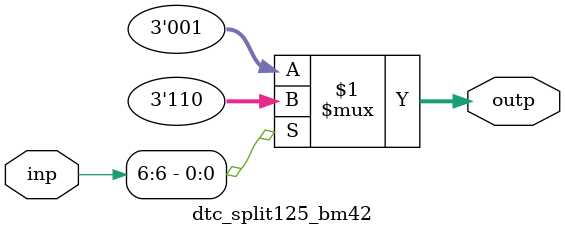
<source format=v>
module dtc_split125_bm42 (
	input  wire [7-1:0] inp,
	output wire [3-1:0] outp
);


	assign outp = (inp[6]) ? 3'b110 : 3'b001;

endmodule
</source>
